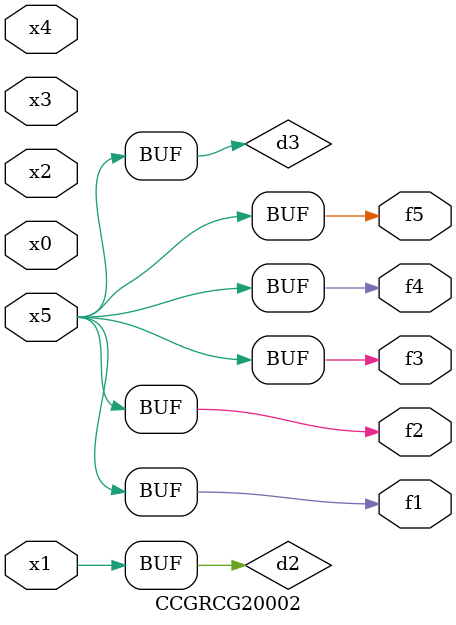
<source format=v>
module CCGRCG20002(
	input x0, x1, x2, x3, x4, x5,
	output f1, f2, f3, f4, f5
);

	wire d1, d2, d3;

	not (d1, x5);
	or (d2, x1);
	xnor (d3, d1);
	assign f1 = d3;
	assign f2 = d3;
	assign f3 = d3;
	assign f4 = d3;
	assign f5 = d3;
endmodule

</source>
